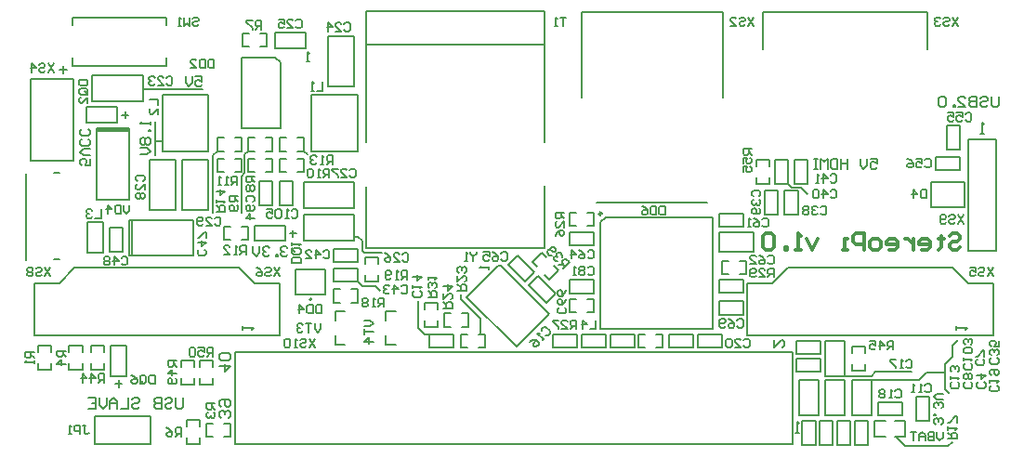
<source format=gbo>
G04 Layer_Color=32896*
%FSLAX44Y44*%
%MOMM*%
G71*
G01*
G75*
%ADD39C,0.1500*%
%ADD40C,0.3000*%
%ADD42C,0.2000*%
%ADD73C,0.2500*%
%ADD95C,0.1800*%
D39*
X324000Y149000D02*
X328000Y145000D01*
X312000Y149000D02*
X324000D01*
X308000Y153000D02*
X312000Y149000D01*
X712000Y239000D02*
X718000Y233000D01*
X703000Y239000D02*
X712000D01*
X700000Y242000D02*
X703000Y239000D01*
X202000Y216003D02*
Y249000D01*
X205000Y252000D01*
Y269000D01*
X208000Y272000D01*
X176000Y268000D02*
X180000Y272000D01*
X176000Y216000D02*
Y268000D01*
X259000Y272000D02*
X262000Y269000D01*
Y269000D02*
Y269000D01*
X305000Y194000D02*
X308000D01*
X312000Y190000D01*
Y181000D02*
Y190000D01*
Y181000D02*
X314000Y179000D01*
X330000D01*
X780000Y71000D02*
X813000D01*
X776000Y67000D02*
X780000Y71000D01*
X752000Y67000D02*
X776000D01*
X123000Y281000D02*
X130000D01*
X123000Y268000D02*
Y299000D01*
X112000Y328000D02*
X167000D01*
X369000Y105000D02*
X373000D01*
X363000Y111000D02*
X369000Y105000D01*
X363000Y111000D02*
Y135000D01*
X420000Y105000D02*
Y119000D01*
X402000Y137000D02*
X420000Y119000D01*
X402000Y137000D02*
Y141000D01*
X846000Y3000D02*
X850000Y7000D01*
X809000Y3000D02*
X846000D01*
X807000D02*
X809000D01*
X799000Y11000D02*
X807000Y3000D01*
X850000Y95000D02*
X855000Y100000D01*
X850000Y85000D02*
Y95000D01*
X842997Y77997D02*
X850000Y85000D01*
X842997Y54991D02*
Y77997D01*
Y54991D02*
X843009D01*
X846500Y51500D01*
Y51500D02*
Y51500D01*
X776000Y63000D02*
X819000D01*
X826000Y70000D01*
X842997D01*
X475517Y107942D02*
Y109827D01*
X477402Y111713D01*
X479287Y111713D01*
X483058Y107942D01*
Y106058D01*
X481172Y104172D01*
X479287Y104172D01*
X478345Y101345D02*
X476460Y99460D01*
X477402Y100402D01*
X471747Y106058D01*
X473632Y106058D01*
X464207Y98517D02*
X467035Y99460D01*
X470805D01*
X472690Y97575D01*
Y95690D01*
X470805Y93805D01*
X468920Y93805D01*
X467977Y94747D01*
Y96632D01*
X470805Y99460D01*
X364664Y144332D02*
X365997Y142999D01*
Y140333D01*
X364664Y139000D01*
X359333D01*
X358000Y140333D01*
Y142999D01*
X359333Y144332D01*
X358000Y146997D02*
Y149663D01*
Y148330D01*
X365997D01*
X364664Y146997D01*
X358000Y157661D02*
X365997D01*
X361999Y153662D01*
Y158994D01*
X157668Y392664D02*
X159001Y393997D01*
X161667D01*
X163000Y392664D01*
Y391332D01*
X161667Y389999D01*
X159001D01*
X157668Y388666D01*
Y387333D01*
X159001Y386000D01*
X161667D01*
X163000Y387333D01*
X155003Y393997D02*
Y386000D01*
X152337Y388666D01*
X149671Y386000D01*
Y393997D01*
X147005Y386000D02*
X144339D01*
X145672D01*
Y393997D01*
X147005Y392664D01*
X247668Y217665D02*
X249001Y218997D01*
X251667D01*
X253000Y217665D01*
Y212333D01*
X251667Y211000D01*
X249001D01*
X247668Y212333D01*
X245003Y211000D02*
X242337D01*
X243670D01*
Y218997D01*
X245003Y217665D01*
X238338D02*
X237005Y218997D01*
X234339D01*
X233006Y217665D01*
Y212333D01*
X234339Y211000D01*
X237005D01*
X238338Y212333D01*
Y217665D01*
X225009Y218997D02*
X230341D01*
Y214999D01*
X227675Y216332D01*
X226342D01*
X225009Y214999D01*
Y212333D01*
X226342Y211000D01*
X229008D01*
X230341Y212333D01*
X866665Y78332D02*
X867997Y76999D01*
Y74333D01*
X866665Y73000D01*
X861333D01*
X860000Y74333D01*
Y76999D01*
X861333Y78332D01*
X860000Y80997D02*
Y83663D01*
Y82330D01*
X867997D01*
X866665Y80997D01*
Y87662D02*
X867997Y88995D01*
Y91661D01*
X866665Y92994D01*
X861333D01*
X860000Y91661D01*
Y88995D01*
X861333Y87662D01*
X866665D01*
Y95659D02*
X867997Y96992D01*
Y99658D01*
X866665Y100991D01*
X865332D01*
X863999Y99658D01*
Y98325D01*
Y99658D01*
X862666Y100991D01*
X861333D01*
X860000Y99658D01*
Y96992D01*
X861333Y95659D01*
X269000Y100997D02*
X263668Y93000D01*
Y100997D02*
X269000Y93000D01*
X255671Y99664D02*
X257004Y100997D01*
X259670D01*
X261003Y99664D01*
Y98332D01*
X259670Y96999D01*
X257004D01*
X255671Y95666D01*
Y94333D01*
X257004Y93000D01*
X259670D01*
X261003Y94333D01*
X253005Y93000D02*
X250339D01*
X251672D01*
Y100997D01*
X253005Y99664D01*
X246341D02*
X245008Y100997D01*
X242342D01*
X241009Y99664D01*
Y94333D01*
X242342Y93000D01*
X245008D01*
X246341Y94333D01*
Y99664D01*
X207335Y225668D02*
X206003Y227001D01*
Y229667D01*
X207335Y231000D01*
X212667D01*
X214000Y229667D01*
Y227001D01*
X212667Y225668D01*
Y223003D02*
X214000Y221670D01*
Y219004D01*
X212667Y217671D01*
X207335D01*
X206003Y219004D01*
Y221670D01*
X207335Y223003D01*
X208668D01*
X210001Y221670D01*
Y217671D01*
X214000Y211006D02*
X206003D01*
X210001Y215005D01*
Y209674D01*
X496000Y216000D02*
X488003D01*
Y212001D01*
X489336Y210668D01*
X492001D01*
X493334Y212001D01*
Y216000D01*
Y213334D02*
X496000Y210668D01*
Y202671D02*
Y208003D01*
X490668Y202671D01*
X489336D01*
X488003Y204004D01*
Y206670D01*
X489336Y208003D01*
X488003Y194674D02*
X489336Y197339D01*
X492001Y200005D01*
X494667D01*
X496000Y198672D01*
Y196006D01*
X494667Y194674D01*
X493334D01*
X492001Y196006D01*
Y200005D01*
X588000Y221997D02*
Y214000D01*
X584001D01*
X582668Y215333D01*
Y220665D01*
X584001Y221997D01*
X588000D01*
X580003D02*
Y214000D01*
X576004D01*
X574671Y215333D01*
Y220665D01*
X576004Y221997D01*
X580003D01*
X566674D02*
X569339Y220665D01*
X572005Y217999D01*
Y215333D01*
X570672Y214000D01*
X568006D01*
X566674Y215333D01*
Y216666D01*
X568006Y217999D01*
X572005D01*
X860000Y213997D02*
X854668Y206000D01*
Y213997D02*
X860000Y206000D01*
X846671Y212665D02*
X848004Y213997D01*
X850670D01*
X852003Y212665D01*
Y211332D01*
X850670Y209999D01*
X848004D01*
X846671Y208666D01*
Y207333D01*
X848004Y206000D01*
X850670D01*
X852003Y207333D01*
X844005D02*
X842672Y206000D01*
X840006D01*
X838674Y207333D01*
Y212665D01*
X840006Y213997D01*
X842672D01*
X844005Y212665D01*
Y211332D01*
X842672Y209999D01*
X838674D01*
X100000Y222997D02*
Y217666D01*
X97334Y215000D01*
X94668Y217666D01*
Y222997D01*
X92003D02*
Y215000D01*
X88004D01*
X86671Y216333D01*
Y221665D01*
X88004Y222997D01*
X92003D01*
X80006Y215000D02*
Y222997D01*
X84005Y218999D01*
X78674D01*
X386000Y129000D02*
X393997D01*
Y132999D01*
X392664Y134332D01*
X389999D01*
X388666Y132999D01*
Y129000D01*
Y131666D02*
X386000Y134332D01*
Y142329D02*
Y136997D01*
X391332Y142329D01*
X392664D01*
X393997Y140996D01*
Y138330D01*
X392664Y136997D01*
X386000Y148994D02*
X393997D01*
X389999Y144995D01*
Y150326D01*
X399000Y145000D02*
X406997D01*
Y148999D01*
X405664Y150332D01*
X402999D01*
X401666Y148999D01*
Y145000D01*
Y147666D02*
X399000Y150332D01*
Y158329D02*
Y152997D01*
X404332Y158329D01*
X405664D01*
X406997Y156996D01*
Y154330D01*
X405664Y152997D01*
Y160995D02*
X406997Y162328D01*
Y164993D01*
X405664Y166326D01*
X404332D01*
X402999Y164993D01*
Y163661D01*
Y164993D01*
X401666Y166326D01*
X400333D01*
X399000Y164993D01*
Y162328D01*
X400333Y160995D01*
X824668Y263664D02*
X826001Y264997D01*
X828667D01*
X830000Y263664D01*
Y258333D01*
X828667Y257000D01*
X826001D01*
X824668Y258333D01*
X816671Y264997D02*
X822003D01*
Y260999D01*
X819337Y262332D01*
X818004D01*
X816671Y260999D01*
Y258333D01*
X818004Y257000D01*
X820670D01*
X822003Y258333D01*
X808673Y264997D02*
X811339Y263664D01*
X814005Y260999D01*
Y258333D01*
X812672Y257000D01*
X810006D01*
X808673Y258333D01*
Y259666D01*
X810006Y260999D01*
X814005D01*
X861668Y305665D02*
X863001Y306997D01*
X865667D01*
X867000Y305665D01*
Y300333D01*
X865667Y299000D01*
X863001D01*
X861668Y300333D01*
X853671Y306997D02*
X859003D01*
Y302999D01*
X856337Y304332D01*
X855004D01*
X853671Y302999D01*
Y300333D01*
X855004Y299000D01*
X857670D01*
X859003Y300333D01*
X845674Y306997D02*
X851005D01*
Y302999D01*
X848339Y304332D01*
X847006D01*
X845674Y302999D01*
Y300333D01*
X847006Y299000D01*
X849672D01*
X851005Y300333D01*
X92668Y174664D02*
X94001Y175997D01*
X96667D01*
X98000Y174664D01*
Y169333D01*
X96667Y168000D01*
X94001D01*
X92668Y169333D01*
X86004Y168000D02*
Y175997D01*
X90003Y171999D01*
X84671D01*
X82005Y174664D02*
X80672Y175997D01*
X78006D01*
X76674Y174664D01*
Y173332D01*
X78006Y171999D01*
X76674Y170666D01*
Y169333D01*
X78006Y168000D01*
X80672D01*
X82005Y169333D01*
Y170666D01*
X80672Y171999D01*
X82005Y173332D01*
Y174664D01*
X80672Y171999D02*
X78006D01*
X168664Y182332D02*
X169997Y180999D01*
Y178333D01*
X168664Y177000D01*
X163333D01*
X162000Y178333D01*
Y180999D01*
X163333Y182332D01*
X162000Y188996D02*
X169997D01*
X165999Y184997D01*
Y190329D01*
X169997Y192995D02*
Y198326D01*
X168664D01*
X163333Y192995D01*
X162000D01*
X28000Y165997D02*
X22668Y158000D01*
Y165997D02*
X28000Y158000D01*
X14671Y164664D02*
X16004Y165997D01*
X18670D01*
X20003Y164664D01*
Y163332D01*
X18670Y161999D01*
X16004D01*
X14671Y160666D01*
Y159333D01*
X16004Y158000D01*
X18670D01*
X20003Y159333D01*
X12005Y164664D02*
X10672Y165997D01*
X8006D01*
X6673Y164664D01*
Y163332D01*
X8006Y161999D01*
X6673Y160666D01*
Y159333D01*
X8006Y158000D01*
X10672D01*
X12005Y159333D01*
Y160666D01*
X10672Y161999D01*
X12005Y163332D01*
Y164664D01*
X10672Y161999D02*
X8006D01*
X274000Y114997D02*
Y109666D01*
X271334Y107000D01*
X268668Y109666D01*
Y114997D01*
X266003D02*
X260671D01*
X263337D01*
Y107000D01*
X258005Y113665D02*
X256672Y114997D01*
X254007D01*
X252674Y113665D01*
Y112332D01*
X254007Y110999D01*
X255339D01*
X254007D01*
X252674Y109666D01*
Y108333D01*
X254007Y107000D01*
X256672D01*
X258005Y108333D01*
X353000Y155000D02*
Y162997D01*
X349001D01*
X347668Y161665D01*
Y158999D01*
X349001Y157666D01*
X353000D01*
X350334D02*
X347668Y155000D01*
X345003D02*
X342337D01*
X343670D01*
Y162997D01*
X345003Y161665D01*
X338338Y156333D02*
X337005Y155000D01*
X334339D01*
X333006Y156333D01*
Y161665D01*
X334339Y162997D01*
X337005D01*
X338338Y161665D01*
Y160332D01*
X337005Y158999D01*
X333006D01*
X332000Y130000D02*
Y137997D01*
X328001D01*
X326668Y136664D01*
Y133999D01*
X328001Y132666D01*
X332000D01*
X329334D02*
X326668Y130000D01*
X324003D02*
X321337D01*
X322670D01*
Y137997D01*
X324003Y136664D01*
X317338D02*
X316005Y137997D01*
X313339D01*
X312006Y136664D01*
Y135332D01*
X313339Y133999D01*
X312006Y132666D01*
Y131333D01*
X313339Y130000D01*
X316005D01*
X317338Y131333D01*
Y132666D01*
X316005Y133999D01*
X317338Y135332D01*
Y136664D01*
X316005Y133999D02*
X313339D01*
X846000Y10000D02*
X853997D01*
Y13999D01*
X852664Y15332D01*
X849999D01*
X848666Y13999D01*
Y10000D01*
Y12666D02*
X846000Y15332D01*
Y17997D02*
Y20663D01*
Y19330D01*
X853997D01*
X852664Y17997D01*
X853997Y24662D02*
Y29994D01*
X852664D01*
X847333Y24662D01*
X846000D01*
X179000Y217000D02*
X186997D01*
Y220999D01*
X185665Y222332D01*
X182999D01*
X181666Y220999D01*
Y217000D01*
Y219666D02*
X179000Y222332D01*
Y224997D02*
Y227663D01*
Y226330D01*
X186997D01*
X185665Y224997D01*
X179000Y235661D02*
X186997D01*
X182999Y231662D01*
Y236994D01*
X285000Y260000D02*
Y267997D01*
X281001D01*
X279668Y266665D01*
Y263999D01*
X281001Y262666D01*
X285000D01*
X282334D02*
X279668Y260000D01*
X277003D02*
X274337D01*
X275670D01*
Y267997D01*
X277003Y266665D01*
X270338D02*
X269005Y267997D01*
X266339D01*
X265006Y266665D01*
Y265332D01*
X266339Y263999D01*
X267672D01*
X266339D01*
X265006Y262666D01*
Y261333D01*
X266339Y260000D01*
X269005D01*
X270338Y261333D01*
X206000Y178000D02*
Y185997D01*
X202001D01*
X200668Y184664D01*
Y181999D01*
X202001Y180666D01*
X206000D01*
X203334D02*
X200668Y178000D01*
X198003D02*
X195337D01*
X196670D01*
Y185997D01*
X198003Y184664D01*
X186006Y178000D02*
X191338D01*
X186006Y183332D01*
Y184664D01*
X187339Y185997D01*
X190005D01*
X191338Y184664D01*
X198000Y241000D02*
Y248997D01*
X194001D01*
X192668Y247665D01*
Y244999D01*
X194001Y243666D01*
X198000D01*
X195334D02*
X192668Y241000D01*
X190003D02*
X187337D01*
X188670D01*
Y248997D01*
X190003Y247665D01*
X183338Y241000D02*
X180672D01*
X182005D01*
Y248997D01*
X183338Y247665D01*
X282000Y248000D02*
Y255997D01*
X278001D01*
X276668Y254664D01*
Y251999D01*
X278001Y250666D01*
X282000D01*
X279334D02*
X276668Y248000D01*
X274003D02*
X271337D01*
X272670D01*
Y255997D01*
X274003Y254664D01*
X267338D02*
X266005Y255997D01*
X263339D01*
X262006Y254664D01*
Y249333D01*
X263339Y248000D01*
X266005D01*
X267338Y249333D01*
Y254664D01*
X199000Y231000D02*
X191003D01*
Y227001D01*
X192335Y225668D01*
X195001D01*
X196334Y227001D01*
Y231000D01*
Y228334D02*
X199000Y225668D01*
X197667Y223003D02*
X199000Y221670D01*
Y219004D01*
X197667Y217671D01*
X192335D01*
X191003Y219004D01*
Y221670D01*
X192335Y223003D01*
X193668D01*
X195001Y221670D01*
Y217671D01*
X214000Y249000D02*
X206003D01*
Y245001D01*
X207335Y243668D01*
X210001D01*
X211334Y245001D01*
Y249000D01*
Y246334D02*
X214000Y243668D01*
X207335Y241003D02*
X206003Y239670D01*
Y237004D01*
X207335Y235671D01*
X208668D01*
X210001Y237004D01*
X211334Y235671D01*
X212667D01*
X214000Y237004D01*
Y239670D01*
X212667Y241003D01*
X211334D01*
X210001Y239670D01*
X208668Y241003D01*
X207335D01*
X210001Y239670D02*
Y237004D01*
X220000Y383000D02*
Y390997D01*
X216001D01*
X214668Y389664D01*
Y386999D01*
X216001Y385666D01*
X220000D01*
X217334D02*
X214668Y383000D01*
X212003Y390997D02*
X206671D01*
Y389664D01*
X212003Y384333D01*
Y383000D01*
X147000Y12000D02*
Y19997D01*
X143001D01*
X141668Y18664D01*
Y15999D01*
X143001Y14666D01*
X147000D01*
X144334D02*
X141668Y12000D01*
X133671Y19997D02*
X136337Y18664D01*
X139003Y15999D01*
Y13333D01*
X137670Y12000D01*
X135004D01*
X133671Y13333D01*
Y14666D01*
X135004Y15999D01*
X139003D01*
X42000Y90000D02*
X34003D01*
Y86001D01*
X35336Y84668D01*
X38001D01*
X39334Y86001D01*
Y90000D01*
Y87334D02*
X42000Y84668D01*
Y78004D02*
X34003D01*
X38001Y82003D01*
Y76671D01*
X178000Y42000D02*
X170003D01*
Y38001D01*
X171336Y36668D01*
X174001D01*
X175334Y38001D01*
Y42000D01*
Y39334D02*
X178000Y36668D01*
X171336Y34003D02*
X170003Y32670D01*
Y30004D01*
X171336Y28671D01*
X172668D01*
X174001Y30004D01*
Y31337D01*
Y30004D01*
X175334Y28671D01*
X176667D01*
X178000Y30004D01*
Y32670D01*
X176667Y34003D01*
X13000Y89000D02*
X5003D01*
Y85001D01*
X6335Y83668D01*
X9001D01*
X10334Y85001D01*
Y89000D01*
Y86334D02*
X13000Y83668D01*
Y81003D02*
Y78337D01*
Y79670D01*
X5003D01*
X6335Y81003D01*
X74000Y218997D02*
Y211000D01*
X68668D01*
X66003Y217665D02*
X64670Y218997D01*
X62004D01*
X60671Y217665D01*
Y216332D01*
X62004Y214999D01*
X63337D01*
X62004D01*
X60671Y213666D01*
Y212333D01*
X62004Y211000D01*
X64670D01*
X66003Y212333D01*
X118003Y319000D02*
X126000D01*
Y313668D01*
Y305671D02*
Y311003D01*
X120668Y305671D01*
X119335D01*
X118003Y307004D01*
Y309670D01*
X119335Y311003D01*
X276000Y334997D02*
Y327000D01*
X270668D01*
X268003D02*
X265337D01*
X266670D01*
Y334997D01*
X268003Y333665D01*
X255997Y170000D02*
X248000D01*
Y173999D01*
X249333Y175332D01*
X254664D01*
X255997Y173999D01*
Y170000D01*
X249333Y183329D02*
X254664D01*
X255997Y181996D01*
Y179330D01*
X254664Y177997D01*
X249333D01*
X248000Y179330D01*
Y181996D01*
X250666Y180663D02*
X248000Y183329D01*
Y181996D02*
X249333Y183329D01*
X248000Y185995D02*
Y188661D01*
Y187328D01*
X255997D01*
X254664Y185995D01*
X275000Y131997D02*
Y124000D01*
X271001D01*
X269668Y125333D01*
Y130665D01*
X271001Y131997D01*
X275000D01*
X267003D02*
Y124000D01*
X263004D01*
X261671Y125333D01*
Y130665D01*
X263004Y131997D01*
X267003D01*
X255006Y124000D02*
Y131997D01*
X259005Y127999D01*
X253674D01*
X177000Y355747D02*
Y347750D01*
X173001D01*
X171668Y349083D01*
Y354414D01*
X173001Y355747D01*
X177000D01*
X169003D02*
Y347750D01*
X165004D01*
X163671Y349083D01*
Y354414D01*
X165004Y355747D01*
X169003D01*
X155674Y347750D02*
X161005D01*
X155674Y353082D01*
Y354414D01*
X157006Y355747D01*
X159672D01*
X161005Y354414D01*
X347668Y148665D02*
X349001Y149997D01*
X351667D01*
X353000Y148665D01*
Y143333D01*
X351667Y142000D01*
X349001D01*
X347668Y143333D01*
X341004Y142000D02*
Y149997D01*
X345003Y145999D01*
X339671D01*
X337005Y148665D02*
X335672Y149997D01*
X333006D01*
X331674Y148665D01*
Y147332D01*
X333006Y145999D01*
X334339D01*
X333006D01*
X331674Y144666D01*
Y143333D01*
X333006Y142000D01*
X335672D01*
X337005Y143333D01*
X276668Y180665D02*
X278001Y181997D01*
X280667D01*
X282000Y180665D01*
Y175333D01*
X280667Y174000D01*
X278001D01*
X276668Y175333D01*
X270004Y174000D02*
Y181997D01*
X274003Y177999D01*
X268671D01*
X260674Y174000D02*
X266005D01*
X260674Y179332D01*
Y180665D01*
X262006Y181997D01*
X264672D01*
X266005Y180665D01*
X738668Y249664D02*
X740001Y250997D01*
X742667D01*
X744000Y249664D01*
Y244333D01*
X742667Y243000D01*
X740001D01*
X738668Y244333D01*
X732004Y243000D02*
Y250997D01*
X736003Y246999D01*
X730671D01*
X728005Y243000D02*
X725339D01*
X726672D01*
Y250997D01*
X728005Y249664D01*
X738668Y235665D02*
X740001Y236997D01*
X742667D01*
X744000Y235665D01*
Y230333D01*
X742667Y229000D01*
X740001D01*
X738668Y230333D01*
X732004Y229000D02*
Y236997D01*
X736003Y232999D01*
X730671D01*
X728005Y235665D02*
X726672Y236997D01*
X724007D01*
X722674Y235665D01*
Y230333D01*
X724007Y229000D01*
X726672D01*
X728005Y230333D01*
Y235665D01*
X668335Y230668D02*
X667003Y232001D01*
Y234667D01*
X668335Y236000D01*
X673667D01*
X675000Y234667D01*
Y232001D01*
X673667Y230668D01*
X668335Y228003D02*
X667003Y226670D01*
Y224004D01*
X668335Y222671D01*
X669668D01*
X671001Y224004D01*
Y225337D01*
Y224004D01*
X672334Y222671D01*
X673667D01*
X675000Y224004D01*
Y226670D01*
X673667Y228003D01*
Y220005D02*
X675000Y218672D01*
Y216007D01*
X673667Y214674D01*
X668335D01*
X667003Y216007D01*
Y218672D01*
X668335Y220005D01*
X669668D01*
X671001Y218672D01*
Y214674D01*
X729668Y220665D02*
X731001Y221997D01*
X733667D01*
X735000Y220665D01*
Y215333D01*
X733667Y214000D01*
X731001D01*
X729668Y215333D01*
X727003Y220665D02*
X725670Y221997D01*
X723004D01*
X721671Y220665D01*
Y219332D01*
X723004Y217999D01*
X724337D01*
X723004D01*
X721671Y216666D01*
Y215333D01*
X723004Y214000D01*
X725670D01*
X727003Y215333D01*
X719005Y220665D02*
X717672Y221997D01*
X715006D01*
X713674Y220665D01*
Y219332D01*
X715006Y217999D01*
X713674Y216666D01*
Y215333D01*
X715006Y214000D01*
X717672D01*
X719005Y215333D01*
Y216666D01*
X717672Y217999D01*
X719005Y219332D01*
Y220665D01*
X717672Y217999D02*
X715006D01*
X177668Y210665D02*
X179001Y211997D01*
X181667D01*
X183000Y210665D01*
Y205333D01*
X181667Y204000D01*
X179001D01*
X177668Y205333D01*
X169671Y204000D02*
X175003D01*
X169671Y209332D01*
Y210665D01*
X171004Y211997D01*
X173670D01*
X175003Y210665D01*
X167005Y205333D02*
X165672Y204000D01*
X163006D01*
X161674Y205333D01*
Y210665D01*
X163006Y211997D01*
X165672D01*
X167005Y210665D01*
Y209332D01*
X165672Y207999D01*
X161674D01*
X107336Y244668D02*
X106003Y246001D01*
Y248667D01*
X107336Y250000D01*
X112667D01*
X114000Y248667D01*
Y246001D01*
X112667Y244668D01*
X114000Y236671D02*
Y242003D01*
X108668Y236671D01*
X107336D01*
X106003Y238004D01*
Y240670D01*
X107336Y242003D01*
Y234005D02*
X106003Y232672D01*
Y230006D01*
X107336Y228674D01*
X108668D01*
X110001Y230006D01*
X111334Y228674D01*
X112667D01*
X114000Y230006D01*
Y232672D01*
X112667Y234005D01*
X111334D01*
X110001Y232672D01*
X108668Y234005D01*
X107336D01*
X110001Y232672D02*
Y230006D01*
X300668Y254664D02*
X302001Y255997D01*
X304667D01*
X306000Y254664D01*
Y249333D01*
X304667Y248000D01*
X302001D01*
X300668Y249333D01*
X292671Y248000D02*
X298003D01*
X292671Y253332D01*
Y254664D01*
X294004Y255997D01*
X296670D01*
X298003Y254664D01*
X290005Y255997D02*
X284674D01*
Y254664D01*
X290005Y249333D01*
Y248000D01*
X348668Y177665D02*
X350001Y178997D01*
X352667D01*
X354000Y177665D01*
Y172333D01*
X352667Y171000D01*
X350001D01*
X348668Y172333D01*
X340671Y171000D02*
X346003D01*
X340671Y176332D01*
Y177665D01*
X342004Y178997D01*
X344670D01*
X346003Y177665D01*
X332674Y178997D02*
X335339Y177665D01*
X338005Y174999D01*
Y172333D01*
X336672Y171000D01*
X334006D01*
X332674Y172333D01*
Y173666D01*
X334006Y174999D01*
X338005D01*
X251668Y390664D02*
X253001Y391997D01*
X255667D01*
X257000Y390664D01*
Y385333D01*
X255667Y384000D01*
X253001D01*
X251668Y385333D01*
X243671Y384000D02*
X249003D01*
X243671Y389332D01*
Y390664D01*
X245004Y391997D01*
X247670D01*
X249003Y390664D01*
X235674Y391997D02*
X241005D01*
Y387999D01*
X238339Y389332D01*
X237006D01*
X235674Y387999D01*
Y385333D01*
X237006Y384000D01*
X239672D01*
X241005Y385333D01*
X295668Y387664D02*
X297001Y388997D01*
X299667D01*
X301000Y387664D01*
Y382333D01*
X299667Y381000D01*
X297001D01*
X295668Y382333D01*
X287671Y381000D02*
X293003D01*
X287671Y386332D01*
Y387664D01*
X289004Y388997D01*
X291670D01*
X293003Y387664D01*
X281006Y381000D02*
Y388997D01*
X285005Y384999D01*
X279674D01*
X133668Y338665D02*
X135001Y339997D01*
X137667D01*
X139000Y338665D01*
Y333333D01*
X137667Y332000D01*
X135001D01*
X133668Y333333D01*
X125671Y332000D02*
X131003D01*
X125671Y337332D01*
Y338665D01*
X127004Y339997D01*
X129670D01*
X131003Y338665D01*
X123005D02*
X121672Y339997D01*
X119006D01*
X117674Y338665D01*
Y337332D01*
X119006Y335999D01*
X120339D01*
X119006D01*
X117674Y334666D01*
Y333333D01*
X119006Y332000D01*
X121672D01*
X123005Y333333D01*
X890665Y58332D02*
X891997Y56999D01*
Y54333D01*
X890665Y53000D01*
X885333D01*
X884000Y54333D01*
Y56999D01*
X885333Y58332D01*
X884000Y60997D02*
Y63663D01*
Y62330D01*
X891997D01*
X890665Y60997D01*
X885333Y67662D02*
X884000Y68995D01*
Y71661D01*
X885333Y72994D01*
X890665D01*
X891997Y71661D01*
Y68995D01*
X890665Y67662D01*
X889332D01*
X887999Y68995D01*
Y72994D01*
X797668Y53664D02*
X799001Y54997D01*
X801667D01*
X803000Y53664D01*
Y48333D01*
X801667Y47000D01*
X799001D01*
X797668Y48333D01*
X795003Y47000D02*
X792337D01*
X793670D01*
Y54997D01*
X795003Y53664D01*
X788338D02*
X787005Y54997D01*
X784339D01*
X783006Y53664D01*
Y52332D01*
X784339Y50999D01*
X783006Y49666D01*
Y48333D01*
X784339Y47000D01*
X787005D01*
X788338Y48333D01*
Y49666D01*
X787005Y50999D01*
X788338Y52332D01*
Y53664D01*
X787005Y50999D02*
X784339D01*
X807668Y80665D02*
X809001Y81997D01*
X811667D01*
X813000Y80665D01*
Y75333D01*
X811667Y74000D01*
X809001D01*
X807668Y75333D01*
X805003Y74000D02*
X802337D01*
X803670D01*
Y81997D01*
X805003Y80665D01*
X798338Y81997D02*
X793006D01*
Y80665D01*
X798338Y75333D01*
Y74000D01*
X854665Y61332D02*
X855997Y59999D01*
Y57333D01*
X854665Y56000D01*
X849333D01*
X848000Y57333D01*
Y59999D01*
X849333Y61332D01*
X848000Y63997D02*
Y66663D01*
Y65330D01*
X855997D01*
X854665Y63997D01*
Y70662D02*
X855997Y71995D01*
Y74661D01*
X854665Y75993D01*
X853332D01*
X851999Y74661D01*
Y73328D01*
Y74661D01*
X850666Y75993D01*
X849333D01*
X848000Y74661D01*
Y71995D01*
X849333Y70662D01*
X866665Y61332D02*
X867997Y59999D01*
Y57333D01*
X866665Y56000D01*
X861333D01*
X860000Y57333D01*
Y59999D01*
X861333Y61332D01*
X866665Y63997D02*
X867997Y65330D01*
Y67996D01*
X866665Y69329D01*
X865332D01*
X863999Y67996D01*
X862666Y69329D01*
X861333D01*
X860000Y67996D01*
Y65330D01*
X861333Y63997D01*
X862666D01*
X863999Y65330D01*
X865332Y63997D01*
X866665D01*
X863999Y65330D02*
Y67996D01*
X877664Y82332D02*
X878997Y80999D01*
Y78333D01*
X877664Y77000D01*
X872333D01*
X871000Y78333D01*
Y80999D01*
X872333Y82332D01*
X878997Y84997D02*
Y90329D01*
X877664D01*
X872333Y84997D01*
X871000D01*
X878664Y61332D02*
X879997Y59999D01*
Y57333D01*
X878664Y56000D01*
X873333D01*
X872000Y57333D01*
Y59999D01*
X873333Y61332D01*
X872000Y67996D02*
X879997D01*
X875999Y63997D01*
Y69329D01*
X498000Y393997D02*
X492668D01*
X495334D01*
Y386000D01*
X490003D02*
X487337D01*
X488670D01*
Y393997D01*
X490003Y392664D01*
X669000Y393997D02*
X663668Y386000D01*
Y393997D02*
X669000Y386000D01*
X655671Y392664D02*
X657004Y393997D01*
X659670D01*
X661003Y392664D01*
Y391332D01*
X659670Y389999D01*
X657004D01*
X655671Y388666D01*
Y387333D01*
X657004Y386000D01*
X659670D01*
X661003Y387333D01*
X647674Y386000D02*
X653005D01*
X647674Y391332D01*
Y392664D01*
X649006Y393997D01*
X651672D01*
X653005Y392664D01*
X855000Y393997D02*
X849668Y386000D01*
Y393997D02*
X855000Y386000D01*
X841671Y392664D02*
X843004Y393997D01*
X845670D01*
X847003Y392664D01*
Y391332D01*
X845670Y389999D01*
X843004D01*
X841671Y388666D01*
Y387333D01*
X843004Y386000D01*
X845670D01*
X847003Y387333D01*
X839005Y392664D02*
X837672Y393997D01*
X835006D01*
X833673Y392664D01*
Y391332D01*
X835006Y389999D01*
X836339D01*
X835006D01*
X833673Y388666D01*
Y387333D01*
X835006Y386000D01*
X837672D01*
X839005Y387333D01*
X31000Y351997D02*
X25668Y344000D01*
Y351997D02*
X31000Y344000D01*
X17671Y350664D02*
X19004Y351997D01*
X21670D01*
X23003Y350664D01*
Y349332D01*
X21670Y347999D01*
X19004D01*
X17671Y346666D01*
Y345333D01*
X19004Y344000D01*
X21670D01*
X23003Y345333D01*
X11006Y344000D02*
Y351997D01*
X15005Y347999D01*
X9674D01*
X887000Y165997D02*
X881668Y158000D01*
Y165997D02*
X887000Y158000D01*
X873671Y164664D02*
X875004Y165997D01*
X877670D01*
X879003Y164664D01*
Y163332D01*
X877670Y161999D01*
X875004D01*
X873671Y160666D01*
Y159333D01*
X875004Y158000D01*
X877670D01*
X879003Y159333D01*
X865674Y165997D02*
X871005D01*
Y161999D01*
X868339Y163332D01*
X867006D01*
X865674Y161999D01*
Y159333D01*
X867006Y158000D01*
X869672D01*
X871005Y159333D01*
X237000Y165997D02*
X231668Y158000D01*
Y165997D02*
X237000Y158000D01*
X223671Y164664D02*
X225004Y165997D01*
X227670D01*
X229003Y164664D01*
Y163332D01*
X227670Y161999D01*
X225004D01*
X223671Y160666D01*
Y159333D01*
X225004Y158000D01*
X227670D01*
X229003Y159333D01*
X215674Y165997D02*
X218339Y164664D01*
X221005Y161999D01*
Y159333D01*
X219672Y158000D01*
X217006D01*
X215674Y159333D01*
Y160666D01*
X217006Y161999D01*
X221005D01*
X676668Y209664D02*
X678001Y210997D01*
X680667D01*
X682000Y209664D01*
Y204333D01*
X680667Y203000D01*
X678001D01*
X676668Y204333D01*
X668671Y210997D02*
X671337Y209664D01*
X674003Y206999D01*
Y204333D01*
X672670Y203000D01*
X670004D01*
X668671Y204333D01*
Y205666D01*
X670004Y206999D01*
X674003D01*
X666005Y203000D02*
X663339D01*
X664672D01*
Y210997D01*
X666005Y209664D01*
X681668Y175665D02*
X683001Y176997D01*
X685667D01*
X687000Y175665D01*
Y170333D01*
X685667Y169000D01*
X683001D01*
X681668Y170333D01*
X673671Y176997D02*
X676337Y175665D01*
X679003Y172999D01*
Y170333D01*
X677670Y169000D01*
X675004D01*
X673671Y170333D01*
Y171666D01*
X675004Y172999D01*
X679003D01*
X665674Y169000D02*
X671005D01*
X665674Y174332D01*
Y175665D01*
X667006Y176997D01*
X669672D01*
X671005Y175665D01*
X517668Y180665D02*
X519001Y181997D01*
X521667D01*
X523000Y180665D01*
Y175333D01*
X521667Y174000D01*
X519001D01*
X517668Y175333D01*
X509671Y181997D02*
X512337Y180665D01*
X515003Y177999D01*
Y175333D01*
X513670Y174000D01*
X511004D01*
X509671Y175333D01*
Y176666D01*
X511004Y177999D01*
X515003D01*
X503006Y174000D02*
Y181997D01*
X507005Y177999D01*
X501674D01*
X438668Y178664D02*
X440001Y179997D01*
X442667D01*
X444000Y178664D01*
Y173333D01*
X442667Y172000D01*
X440001D01*
X438668Y173333D01*
X430671Y179997D02*
X433337Y178664D01*
X436003Y175999D01*
Y173333D01*
X434670Y172000D01*
X432004D01*
X430671Y173333D01*
Y174666D01*
X432004Y175999D01*
X436003D01*
X422674Y179997D02*
X428005D01*
Y175999D01*
X425339Y177332D01*
X424006D01*
X422674Y175999D01*
Y173333D01*
X424006Y172000D01*
X426672D01*
X428005Y173333D01*
X496665Y129332D02*
X497997Y127999D01*
Y125333D01*
X496665Y124000D01*
X491333D01*
X490000Y125333D01*
Y127999D01*
X491333Y129332D01*
X497997Y137329D02*
X496665Y134663D01*
X493999Y131997D01*
X491333D01*
X490000Y133330D01*
Y135996D01*
X491333Y137329D01*
X492666D01*
X493999Y135996D01*
Y131997D01*
X497997Y145326D02*
X496665Y142661D01*
X493999Y139995D01*
X491333D01*
X490000Y141328D01*
Y143994D01*
X491333Y145326D01*
X492666D01*
X493999Y143994D01*
Y139995D01*
X653668Y117664D02*
X655001Y118997D01*
X657667D01*
X659000Y117664D01*
Y112333D01*
X657667Y111000D01*
X655001D01*
X653668Y112333D01*
X645671Y118997D02*
X648337Y117664D01*
X651003Y114999D01*
Y112333D01*
X649670Y111000D01*
X647004D01*
X645671Y112333D01*
Y113666D01*
X647004Y114999D01*
X651003D01*
X643005Y112333D02*
X641672Y111000D01*
X639006D01*
X637674Y112333D01*
Y117664D01*
X639006Y118997D01*
X641672D01*
X643005Y117664D01*
Y116332D01*
X641672Y114999D01*
X637674D01*
X517668Y165665D02*
X519001Y166997D01*
X521667D01*
X523000Y165665D01*
Y160333D01*
X521667Y159000D01*
X519001D01*
X517668Y160333D01*
X515003Y165665D02*
X513670Y166997D01*
X511004D01*
X509671Y165665D01*
Y164332D01*
X511004Y162999D01*
X509671Y161666D01*
Y160333D01*
X511004Y159000D01*
X513670D01*
X515003Y160333D01*
Y161666D01*
X513670Y162999D01*
X515003Y164332D01*
Y165665D01*
X513670Y162999D02*
X511004D01*
X507005Y159000D02*
X504339D01*
X505672D01*
Y166997D01*
X507005Y165665D01*
X54003Y337000D02*
X62000D01*
Y333001D01*
X60667Y331668D01*
X55335D01*
X54003Y333001D01*
Y337000D01*
X60667Y323671D02*
X55335D01*
X54003Y325004D01*
Y327670D01*
X55335Y329003D01*
X60667D01*
X62000Y327670D01*
Y325004D01*
X59334Y326337D02*
X62000Y323671D01*
Y325004D02*
X60667Y323671D01*
X62000Y315674D02*
Y321005D01*
X56668Y315674D01*
X55335D01*
X54003Y317006D01*
Y319672D01*
X55335Y321005D01*
X525000Y117997D02*
Y110000D01*
X519668D01*
X513004D02*
Y117997D01*
X517003Y113999D01*
X511671D01*
X507000Y110000D02*
Y117997D01*
X503001D01*
X501668Y116664D01*
Y113999D01*
X503001Y112666D01*
X507000D01*
X504334D02*
X501668Y110000D01*
X493671D02*
X499003D01*
X493671Y115332D01*
Y116664D01*
X495004Y117997D01*
X497670D01*
X499003Y116664D01*
X491005Y117997D02*
X485674D01*
Y116664D01*
X491005Y111333D01*
Y110000D01*
X687000Y157000D02*
Y164997D01*
X683001D01*
X681668Y163664D01*
Y160999D01*
X683001Y159666D01*
X687000D01*
X684334D02*
X681668Y157000D01*
X673671D02*
X679003D01*
X673671Y162332D01*
Y163664D01*
X675004Y164997D01*
X677670D01*
X679003Y163664D01*
X671005Y158333D02*
X669672Y157000D01*
X667006D01*
X665674Y158333D01*
Y163664D01*
X667006Y164997D01*
X669672D01*
X671005Y163664D01*
Y162332D01*
X669672Y160999D01*
X665674D01*
X372000Y139000D02*
X379997D01*
Y142999D01*
X378665Y144332D01*
X375999D01*
X374666Y142999D01*
Y139000D01*
Y141666D02*
X372000Y144332D01*
X378665Y146997D02*
X379997Y148330D01*
Y150996D01*
X378665Y152329D01*
X377332D01*
X375999Y150996D01*
Y149663D01*
Y150996D01*
X374666Y152329D01*
X373333D01*
X372000Y150996D01*
Y148330D01*
X373333Y146997D01*
X372000Y154995D02*
Y157661D01*
Y156328D01*
X379997D01*
X378665Y154995D01*
X495000Y165000D02*
X500655Y170655D01*
X497827Y173483D01*
X495942D01*
X494058Y171597D01*
X494058Y169713D01*
X496885Y166885D01*
X495000Y168770D02*
X491230D01*
X494058Y175368D02*
X494058Y177253D01*
X492173Y179138D01*
X490288D01*
X489345Y178195D01*
Y176310D01*
X490288Y175368D01*
X489345Y176310D01*
X487460Y176310D01*
X486517Y175368D01*
X486517Y173483D01*
X488402Y171597D01*
X490288D01*
X484632Y177253D02*
X482747D01*
X480862Y179138D01*
X480862Y181023D01*
X484632Y184793D01*
X486517D01*
X488402Y182908D01*
X488402Y181023D01*
X487460Y180080D01*
X485575Y180080D01*
X482747Y182908D01*
X314003Y118000D02*
X319334D01*
X322000Y115334D01*
X319334Y112668D01*
X314003D01*
Y110003D02*
Y104671D01*
Y107337D01*
X322000D01*
Y98006D02*
X314003D01*
X318001Y102005D01*
Y96673D01*
X416000Y179997D02*
Y178664D01*
X413334Y175999D01*
X410668Y178664D01*
Y179997D01*
X413334Y175999D02*
Y172000D01*
X408003D02*
X405337D01*
X406670D01*
Y179997D01*
X408003Y178664D01*
X143000Y81000D02*
X135003D01*
Y77001D01*
X136335Y75668D01*
X139001D01*
X140334Y77001D01*
Y81000D01*
Y78334D02*
X143000Y75668D01*
Y69004D02*
X135003D01*
X139001Y73003D01*
Y67671D01*
X141667Y65005D02*
X143000Y63672D01*
Y61006D01*
X141667Y59674D01*
X136335D01*
X135003Y61006D01*
Y63672D01*
X136335Y65005D01*
X137668D01*
X139001Y63672D01*
Y59674D01*
X176000Y85000D02*
Y92997D01*
X172001D01*
X170668Y91664D01*
Y88999D01*
X172001Y87666D01*
X176000D01*
X173334D02*
X170668Y85000D01*
X162671Y92997D02*
X168003D01*
Y88999D01*
X165337Y90332D01*
X164004D01*
X162671Y88999D01*
Y86333D01*
X164004Y85000D01*
X166670D01*
X168003Y86333D01*
X160005Y91664D02*
X158672Y92997D01*
X156006D01*
X154674Y91664D01*
Y86333D01*
X156006Y85000D01*
X158672D01*
X160005Y86333D01*
Y91664D01*
X667000Y274000D02*
X659003D01*
Y270001D01*
X660335Y268668D01*
X663001D01*
X664334Y270001D01*
Y274000D01*
Y271334D02*
X667000Y268668D01*
X659003Y260671D02*
Y266003D01*
X663001D01*
X661668Y263337D01*
Y262004D01*
X663001Y260671D01*
X665667D01*
X667000Y262004D01*
Y264670D01*
X665667Y266003D01*
X659003Y252674D02*
Y258005D01*
X663001D01*
X661668Y255339D01*
Y254007D01*
X663001Y252674D01*
X665667D01*
X667000Y254007D01*
Y256672D01*
X665667Y258005D01*
X123000Y67997D02*
Y60000D01*
X119001D01*
X117668Y61333D01*
Y66665D01*
X119001Y67997D01*
X123000D01*
X109671Y61333D02*
Y66665D01*
X111004Y67997D01*
X113670D01*
X115003Y66665D01*
Y61333D01*
X113670Y60000D01*
X111004D01*
X112337Y62666D02*
X109671Y60000D01*
X111004D02*
X109671Y61333D01*
X101674Y67997D02*
X104339Y66665D01*
X107005Y63999D01*
Y61333D01*
X105672Y60000D01*
X103006D01*
X101674Y61333D01*
Y62666D01*
X103006Y63999D01*
X107005D01*
X77000Y61000D02*
Y68997D01*
X73001D01*
X71668Y67664D01*
Y64999D01*
X73001Y63666D01*
X77000D01*
X74334D02*
X71668Y61000D01*
X65004D02*
Y68997D01*
X69003Y64999D01*
X63671D01*
X57006Y61000D02*
Y68997D01*
X61005Y64999D01*
X55673D01*
X796000Y91000D02*
Y98997D01*
X792001D01*
X790668Y97664D01*
Y94999D01*
X792001Y93666D01*
X796000D01*
X793334D02*
X790668Y91000D01*
X784004D02*
Y98997D01*
X788003Y94999D01*
X782671D01*
X774674Y98997D02*
X780005D01*
Y94999D01*
X777339Y96332D01*
X776006D01*
X774674Y94999D01*
Y92333D01*
X776006Y91000D01*
X778672D01*
X780005Y92333D01*
X890665Y83332D02*
X891997Y81999D01*
Y79333D01*
X890665Y78000D01*
X885333D01*
X884000Y79333D01*
Y81999D01*
X885333Y83332D01*
X890665Y85997D02*
X891997Y87330D01*
Y89996D01*
X890665Y91329D01*
X889332D01*
X887999Y89996D01*
Y88663D01*
Y89996D01*
X886666Y91329D01*
X885333D01*
X884000Y89996D01*
Y87330D01*
X885333Y85997D01*
X891997Y99326D02*
Y93995D01*
X887999D01*
X889332Y96661D01*
Y97994D01*
X887999Y99326D01*
X885333D01*
X884000Y97994D01*
Y95328D01*
X885333Y93995D01*
X826000Y236997D02*
Y229000D01*
X822001D01*
X820668Y230333D01*
Y235665D01*
X822001Y236997D01*
X826000D01*
X814004Y229000D02*
Y236997D01*
X818003Y232999D01*
X812671D01*
X824668Y58664D02*
X826001Y59997D01*
X828667D01*
X830000Y58664D01*
Y53333D01*
X828667Y52000D01*
X826001D01*
X824668Y53333D01*
X822003Y52000D02*
X819337D01*
X820670D01*
Y59997D01*
X822003Y58664D01*
X815338Y52000D02*
X812672D01*
X814005D01*
Y59997D01*
X815338Y58664D01*
X659668Y99664D02*
X661001Y100997D01*
X663667D01*
X665000Y99664D01*
Y94333D01*
X663667Y93000D01*
X661001D01*
X659668Y94333D01*
X651671Y93000D02*
X657003D01*
X651671Y98332D01*
Y99664D01*
X653004Y100997D01*
X655670D01*
X657003Y99664D01*
X649005D02*
X647672Y100997D01*
X645006D01*
X643673Y99664D01*
Y94333D01*
X645006Y93000D01*
X647672D01*
X649005Y94333D01*
Y99664D01*
X57668Y21997D02*
X60334D01*
X59001D01*
Y15333D01*
X60334Y14000D01*
X61667D01*
X63000Y15333D01*
X55003Y14000D02*
Y21997D01*
X51004D01*
X49671Y20665D01*
Y17999D01*
X51004Y16666D01*
X55003D01*
X47005Y14000D02*
X44339D01*
X45672D01*
Y21997D01*
X47005Y20665D01*
D40*
X847003Y194496D02*
X849502Y196995D01*
X854501D01*
X857000Y194496D01*
Y191997D01*
X854501Y189498D01*
X849502D01*
X847003Y186998D01*
Y184499D01*
X849502Y182000D01*
X854501D01*
X857000Y184499D01*
X839506Y194496D02*
Y191997D01*
X842005D01*
X837007D01*
X839506D01*
Y184499D01*
X837007Y182000D01*
X822011D02*
X827010D01*
X829509Y184499D01*
Y189498D01*
X827010Y191997D01*
X822011D01*
X819512Y189498D01*
Y186998D01*
X829509D01*
X814514Y191997D02*
Y182000D01*
Y186998D01*
X812015Y189498D01*
X809515Y191997D01*
X807016D01*
X792021Y182000D02*
X797019D01*
X799519Y184499D01*
Y189498D01*
X797019Y191997D01*
X792021D01*
X789522Y189498D01*
Y186998D01*
X799519D01*
X782024Y182000D02*
X777026D01*
X774527Y184499D01*
Y189498D01*
X777026Y191997D01*
X782024D01*
X784523Y189498D01*
Y184499D01*
X782024Y182000D01*
X769528D02*
Y196995D01*
X762031D01*
X759532Y194496D01*
Y189498D01*
X762031Y186998D01*
X769528D01*
X754533Y182000D02*
X749535D01*
X752034D01*
Y191997D01*
X754533D01*
X727042D02*
X722044Y182000D01*
X717045Y191997D01*
X712047Y182000D02*
X707048D01*
X709548D01*
Y196995D01*
X712047Y194496D01*
X699551Y182000D02*
Y184499D01*
X697052D01*
Y182000D01*
X699551D01*
X687055Y194496D02*
X684556Y196995D01*
X679557D01*
X677058Y194496D01*
Y184499D01*
X679557Y182000D01*
X684556D01*
X687055Y184499D01*
Y194496D01*
D42*
X266000Y136750D02*
G03*
X266000Y136750I-1000J0D01*
G01*
X68600Y30700D02*
X119400D01*
X68600Y5300D02*
Y30700D01*
X119400Y5300D02*
Y30700D01*
X68600Y5300D02*
X119400D01*
X708000Y99000D02*
X730000D01*
X708000Y87000D02*
X730000D01*
Y99000D01*
X708000Y87000D02*
Y99000D01*
Y71000D02*
X730000D01*
X708000Y83000D02*
X730000D01*
X708000Y71000D02*
Y83000D01*
X730000Y71000D02*
Y83000D01*
X618000Y93000D02*
X640000D01*
X618000Y105000D02*
X640000D01*
X618000Y93000D02*
Y105000D01*
X640000Y93000D02*
Y105000D01*
X817000Y26000D02*
Y48000D01*
X829000Y26000D02*
Y48000D01*
X817000D02*
X829000D01*
X817000Y26000D02*
X829000D01*
X830500Y221000D02*
Y244000D01*
X860500D01*
Y221000D02*
Y244000D01*
X830500Y221000D02*
X860500D01*
X758000Y63000D02*
X776000D01*
Y31000D02*
Y63000D01*
X758000Y31000D02*
X776000D01*
X758000D02*
Y63000D01*
X758000Y88000D02*
Y94000D01*
X770000D01*
Y88000D02*
Y94000D01*
Y72000D02*
Y78000D01*
X758000Y72000D02*
X770000D01*
X758000D02*
Y78000D01*
X77000Y73000D02*
Y79000D01*
X65000Y73000D02*
X77000D01*
X65000D02*
Y79000D01*
Y89000D02*
Y95000D01*
X77000D01*
Y89000D02*
Y95000D01*
X83000Y95000D02*
X97000D01*
X83000Y67000D02*
Y95000D01*
Y67000D02*
X97000D01*
Y95000D01*
X87000Y60000D02*
X93000D01*
X90000Y57000D02*
Y63000D01*
X671000Y242000D02*
Y248000D01*
Y242000D02*
X683000D01*
Y248000D01*
Y258000D02*
Y264000D01*
X671000D02*
X683000D01*
X671000Y258000D02*
Y264000D01*
X176000Y75000D02*
Y81000D01*
X164000D02*
X176000D01*
X164000Y75000D02*
Y81000D01*
Y59000D02*
Y65000D01*
Y59000D02*
X176000D01*
Y65000D01*
X159000Y75000D02*
Y81000D01*
X147000D02*
X159000D01*
X147000Y75000D02*
Y81000D01*
Y59000D02*
Y65000D01*
Y59000D02*
X159000D01*
Y65000D01*
X407180Y139151D02*
X435465Y167435D01*
X438293D01*
X482133Y123594D01*
X407180Y139151D02*
X452435Y93896D01*
X482133Y123594D01*
X333500Y126000D02*
X342500D01*
X333500Y118000D02*
Y126000D01*
Y96000D02*
X342500D01*
X333500D02*
Y104000D01*
X486778Y167707D02*
X491021Y163464D01*
X482536Y154979D02*
X491021Y163464D01*
X478293Y159222D02*
X482536Y154979D01*
X466979Y170536D02*
X471222Y166293D01*
X466979Y170536D02*
X475465Y179021D01*
X479707Y174778D01*
X369000Y128000D02*
Y134000D01*
X381000D01*
Y128000D02*
Y134000D01*
Y112000D02*
Y118000D01*
X369000Y112000D02*
X381000D01*
X369000D02*
Y118000D01*
X656000Y172000D02*
X662000D01*
Y160000D02*
Y172000D01*
X656000Y160000D02*
X662000D01*
X640000D02*
X646000D01*
X640000D02*
Y172000D01*
X646000D01*
X580000Y105000D02*
X586000D01*
Y93000D02*
Y105000D01*
X580000Y93000D02*
X586000D01*
X564000D02*
X570000D01*
X564000D02*
Y105000D01*
X570000D01*
X517000Y137000D02*
X523000Y137000D01*
Y125000D02*
Y137000D01*
X517000Y125000D02*
X523000Y125000D01*
X501000D02*
X507000Y125000D01*
X501000Y125000D02*
Y137000D01*
X507000Y137000D01*
X512000Y105000D02*
X534000D01*
X512000Y93000D02*
X534000D01*
Y105000D01*
X512000Y93000D02*
Y105000D01*
X61000Y298000D02*
Y312000D01*
Y298000D02*
X89000D01*
Y312000D01*
X61000D02*
X89000D01*
X96000Y302000D02*
Y308000D01*
X93000Y305000D02*
X99000D01*
X501000Y142500D02*
Y154500D01*
X523000Y142500D02*
Y154500D01*
X501000Y142500D02*
X523000D01*
X501000Y154500D02*
X523000D01*
X659000Y143000D02*
Y155000D01*
X637000Y143000D02*
Y155000D01*
X659000D01*
X637000Y143000D02*
X659000D01*
Y123000D02*
Y135000D01*
X637000Y123000D02*
Y135000D01*
X659000D01*
X637000Y123000D02*
X659000D01*
X463979Y149536D02*
X472464Y158021D01*
X479535Y133979D02*
X488021Y142464D01*
X463979Y149536D02*
X479535Y133979D01*
X472464Y158021D02*
X488021Y142464D01*
X460536Y152979D02*
X469021Y161464D01*
X444979Y168536D02*
X453464Y177021D01*
X469021Y161464D01*
X444979Y168536D02*
X460536Y152979D01*
X501000Y186000D02*
Y198000D01*
X523000Y186000D02*
Y198000D01*
X501000Y186000D02*
X523000D01*
X501000Y198000D02*
X523000D01*
X560000Y93000D02*
Y105000D01*
X538000Y93000D02*
Y105000D01*
X560000D01*
X538000Y93000D02*
X560000D01*
X637000Y198000D02*
X669000D01*
X637000Y180000D02*
Y198000D01*
Y180000D02*
X669000D01*
Y198000D01*
X659000Y203000D02*
Y215000D01*
X637000Y203000D02*
Y215000D01*
X659000D01*
X637000Y203000D02*
X659000D01*
X614000Y93000D02*
Y105000D01*
X592000Y93000D02*
Y105000D01*
X614000D01*
X592000Y93000D02*
X614000D01*
X237000Y104000D02*
Y151500D01*
X13000Y104000D02*
Y151500D01*
Y104000D02*
X237000D01*
X50000Y165500D02*
X200000D01*
X214000Y151500D02*
X237000D01*
X200000Y165500D02*
X214000Y151500D01*
X13000D02*
X36000D01*
X50000Y165500D01*
X686000Y151500D02*
X700000Y165500D01*
X663000Y151500D02*
X686000D01*
X850000Y165500D02*
X864000Y151500D01*
X887000D01*
X700000Y165500D02*
X850000D01*
X663000Y104000D02*
X887000D01*
X663000D02*
Y151500D01*
X887000Y104000D02*
Y151500D01*
X10000Y338000D02*
X49000D01*
Y263000D02*
Y338000D01*
X10000Y263000D02*
X49000D01*
X10000D02*
Y338000D01*
X677000Y364500D02*
Y399000D01*
X827000Y364500D02*
Y399000D01*
X677000D02*
X827000D01*
X512000Y399000D02*
X641000D01*
Y321000D02*
Y399000D01*
X512000Y321000D02*
Y399000D01*
X526000Y225000D02*
X626000D01*
X315720Y279840D02*
Y399220D01*
X478280Y279840D02*
Y399220D01*
X315720Y368740D02*
X478280D01*
X315720Y183320D02*
X478280D01*
X315720Y399220D02*
X478280D01*
X315720Y183320D02*
X315720Y239200D01*
X478280Y240470D02*
X478280Y183320D01*
X745000Y26000D02*
X757000D01*
X745000Y4000D02*
X757000D01*
X745000D02*
Y26000D01*
X757000Y4000D02*
Y26000D01*
X734000Y63000D02*
X752000D01*
Y31000D02*
Y63000D01*
X734000Y31000D02*
X752000D01*
X734000D02*
Y63000D01*
X729000Y26000D02*
X741000D01*
X729000Y4000D02*
X741000D01*
X729000D02*
Y26000D01*
X741000Y4000D02*
Y26000D01*
X713000D02*
X725000D01*
X713000Y4000D02*
X725000D01*
X713000D02*
Y26000D01*
X725000Y4000D02*
Y26000D01*
X734000Y67000D02*
X752000D01*
X734000D02*
Y99000D01*
X752000D01*
Y67000D02*
Y99000D01*
X782000Y31000D02*
Y43000D01*
X804000Y31000D02*
Y43000D01*
X782000Y31000D02*
X804000D01*
X782000Y43000D02*
X804000D01*
X761000Y26000D02*
X773000D01*
X761000Y4000D02*
X773000D01*
X761000D02*
Y26000D01*
X773000Y4000D02*
Y26000D01*
X66000Y317000D02*
X112000D01*
Y341000D01*
X66000D02*
X112000D01*
X66000Y317000D02*
Y341000D01*
X281000Y331000D02*
X305000D01*
X281000D02*
Y377000D01*
X305000D01*
Y331000D02*
Y377000D01*
X261000Y366000D02*
Y380000D01*
X233000Y366000D02*
Y380000D01*
Y366000D02*
X261000D01*
X233000Y380000D02*
X261000D01*
X259000Y190000D02*
X305000D01*
Y214000D01*
X259000D02*
X305000D01*
X259000Y190000D02*
Y214000D01*
Y220000D02*
Y244000D01*
X305000D01*
Y220000D02*
Y244000D01*
X259000Y220000D02*
X305000D01*
X142000Y218000D02*
Y264000D01*
X118000D02*
X142000D01*
X118000Y218000D02*
Y264000D01*
Y218000D02*
X142000D01*
X148000D02*
X172000D01*
X148000D02*
Y264000D01*
X172000D01*
Y218000D02*
Y264000D01*
X697000Y236000D02*
X709000D01*
X697000Y214000D02*
X709000D01*
X697000D02*
Y236000D01*
X709000Y214000D02*
Y236000D01*
X679000Y236000D02*
X691000D01*
X679000Y214000D02*
X691000D01*
X679000D02*
Y236000D01*
X691000Y214000D02*
Y236000D01*
X688000Y264000D02*
X700000Y264000D01*
X688000Y242000D02*
X700000Y242000D01*
X688000Y242000D02*
Y264000D01*
X700000Y242000D02*
Y264000D01*
X706000Y264000D02*
X718000D01*
X706000Y242000D02*
X718000D01*
X706000D02*
Y264000D01*
X718000D02*
X718000Y242000D01*
X286000Y171000D02*
Y183000D01*
X308000Y171000D02*
Y183000D01*
X286000Y171000D02*
X308000D01*
X286000Y183000D02*
X308000D01*
X286000Y153000D02*
Y165000D01*
X308000Y153000D02*
Y165000D01*
X286000Y153000D02*
X308000D01*
X286000Y165000D02*
X308000D01*
X202500Y357500D02*
X233000D01*
X237500Y353000D01*
Y292500D02*
Y353000D01*
X202500Y292500D02*
X237500D01*
X202500D02*
Y357500D01*
X251500Y164500D02*
X278500D01*
X251500Y141500D02*
Y164500D01*
Y141500D02*
X278500D01*
Y164500D01*
X214000Y190000D02*
Y204000D01*
Y190000D02*
X242000D01*
Y204000D01*
X214000D02*
X242000D01*
X249000Y194000D02*
Y200000D01*
X246000Y197000D02*
X252000D01*
X308000Y272000D02*
Y323000D01*
X266000D02*
X308000D01*
X266000Y272000D02*
Y323000D01*
Y272000D02*
X308000D01*
X130000Y323000D02*
X172000D01*
Y272000D02*
Y323000D01*
X130000Y272000D02*
X172000D01*
X130000D02*
Y323000D01*
X62000Y207000D02*
X76000D01*
X62000Y179000D02*
X76000D01*
Y207000D01*
X62000Y179000D02*
Y207000D01*
X17000Y89000D02*
Y95000D01*
X29000D01*
Y89000D02*
Y95000D01*
Y73000D02*
Y79000D01*
X17000Y73000D02*
X29000D01*
X17000D02*
Y79000D01*
X170000Y12000D02*
X176000D01*
X170000D02*
Y24000D01*
X176000D01*
X186000D02*
X192000D01*
Y12000D02*
Y24000D01*
X186000Y12000D02*
X192000D01*
X57000Y73000D02*
Y79000D01*
X45000Y73000D02*
X57000D01*
X45000D02*
Y79000D01*
Y89000D02*
Y95000D01*
X57000D01*
Y89000D02*
Y95000D01*
X152000Y21000D02*
Y27000D01*
X164000D01*
Y21000D02*
Y27000D01*
Y5000D02*
Y11000D01*
X152000Y5000D02*
X164000D01*
X152000D02*
Y11000D01*
X203000Y367000D02*
X209000D01*
X203000D02*
Y379000D01*
X209000D01*
X219000D02*
X225000D01*
Y367000D02*
Y379000D01*
X219000Y367000D02*
X225000D01*
X224000Y265000D02*
X230000D01*
Y253000D02*
Y265000D01*
X224000Y253000D02*
X230000D01*
X208000D02*
X214000D01*
X208000D02*
Y265000D01*
X214000D01*
X224000Y284000D02*
X230000D01*
Y272000D02*
Y284000D01*
X224000Y272000D02*
X230000D01*
X208000D02*
X214000D01*
X208000D02*
Y284000D01*
X214000D01*
X237000Y253000D02*
X243000D01*
X237000D02*
Y265000D01*
X243000D01*
X253000D02*
X259000D01*
Y253000D02*
Y265000D01*
X253000Y253000D02*
X259000D01*
X196000Y265000D02*
X202000D01*
Y253000D02*
Y265000D01*
X196000Y253000D02*
X202000D01*
X180000D02*
X186000D01*
X180000D02*
Y265000D01*
X186000D01*
Y191000D02*
X192000D01*
X186000D02*
Y203000D01*
X192000D01*
X202000D02*
X208000D01*
Y191000D02*
Y203000D01*
X202000Y191000D02*
X208000D01*
X253000Y284000D02*
X259000D01*
Y272000D02*
Y284000D01*
X253000Y272000D02*
X259000D01*
X237000D02*
X243000D01*
X237000D02*
Y284000D01*
X243000D01*
X180000Y272000D02*
X186000D01*
X180000D02*
Y284000D01*
X186000D01*
X196000D02*
X202000D01*
Y272000D02*
Y284000D01*
X196000Y272000D02*
X202000D01*
X779000Y12000D02*
X789000D01*
X797000D02*
X807000D01*
X797000Y26000D02*
X807000D01*
X779000D02*
X789000D01*
X807000Y12000D02*
Y26000D01*
X779000Y12000D02*
Y26000D01*
X286000Y134000D02*
X292000Y134000D01*
X286000Y134000D02*
X286000Y146000D01*
X292000Y146000D01*
X302000D02*
X308000Y146000D01*
Y134000D02*
Y146000D01*
X302000Y134000D02*
X308000Y134000D01*
X327000Y153000D02*
X327000Y159000D01*
X315000Y153000D02*
X327000Y153000D01*
X315000Y159000D02*
X315000Y153000D01*
X315000Y169000D02*
Y175000D01*
X327000Y175000D01*
Y169000D02*
Y175000D01*
X287500Y96000D02*
Y104000D01*
Y96000D02*
X296500D01*
X287500Y118000D02*
Y126000D01*
X296500D01*
X5500Y173000D02*
Y251000D01*
X31500Y252500D02*
X36000D01*
X31500Y173500D02*
X36000D01*
X100000Y209000D02*
X102000D01*
X100000Y177000D02*
Y209000D01*
Y177000D02*
X102000D01*
Y209000D01*
X158000D01*
Y208000D02*
Y209000D01*
Y177000D02*
Y208000D01*
X102000Y177000D02*
X158000D01*
X82000Y180000D02*
X94000D01*
X82000Y202000D02*
X94000D01*
Y180000D02*
Y202000D01*
X82000Y180000D02*
Y202000D01*
X845000Y273000D02*
X857000D01*
X845000Y295000D02*
X857000D01*
Y273000D02*
Y295000D01*
X845000Y273000D02*
Y295000D01*
X857000Y255000D02*
Y267000D01*
X835000Y255000D02*
Y267000D01*
X857000D01*
X835000Y255000D02*
X857000D01*
X402000Y93000D02*
X408000D01*
X402000D02*
Y105000D01*
X408000D01*
X418000D02*
X424000D01*
Y93000D02*
Y105000D01*
X418000Y93000D02*
X424000D01*
X387000Y112000D02*
X393000D01*
X387000D02*
Y124000D01*
X393000D01*
X403000D02*
X409000D01*
Y112000D02*
Y124000D01*
X403000Y112000D02*
X409000D01*
X70000Y228000D02*
Y293000D01*
Y228000D02*
X100000D01*
Y293000D01*
X70000Y290000D02*
X100000D01*
X70000Y293000D02*
X100000D01*
X70000Y291000D02*
X100000D01*
X864300Y180900D02*
X889700D01*
Y282500D01*
X864300D02*
X889700D01*
X864300Y180900D02*
Y282500D01*
X529000Y110000D02*
Y207000D01*
X534000Y212000D01*
X631000D01*
Y110000D02*
Y212000D01*
X529000Y110000D02*
X631000Y110000D01*
X517000Y216000D02*
X523000D01*
Y204000D02*
Y216000D01*
X517000Y204000D02*
X523000D01*
X501000D02*
X507000D01*
X501000D02*
Y216000D01*
X507000D01*
X230000Y223000D02*
Y245000D01*
X218000Y223000D02*
Y245000D01*
Y223000D02*
X230000D01*
X218000Y245000D02*
X230000D01*
X196000Y5000D02*
Y89000D01*
X704000D01*
X196000Y5000D02*
X704000D01*
Y89000D01*
X710000Y63000D02*
X728000D01*
Y31000D02*
Y63000D01*
X710000Y31000D02*
X728000D01*
X710000D02*
Y63000D01*
X249000Y223000D02*
Y245000D01*
X237000Y223000D02*
Y245000D01*
Y223000D02*
X249000D01*
X237000Y245000D02*
X249000D01*
X48000Y394000D02*
X134000D01*
X48000Y350000D02*
X134000D01*
Y387000D02*
Y394000D01*
Y350000D02*
Y357000D01*
X48000Y350000D02*
Y357000D01*
Y387000D02*
Y394000D01*
X395000Y93000D02*
Y105000D01*
X373000Y93000D02*
Y105000D01*
X395000D01*
X373000Y93000D02*
X395000D01*
X486000D02*
Y105000D01*
X508000Y93000D02*
Y105000D01*
X486000Y93000D02*
X508000D01*
X486000Y105000D02*
X508000D01*
X427000Y167000D02*
Y164334D01*
Y165667D01*
X419003D01*
X420336Y167000D01*
X203000Y109000D02*
Y112332D01*
Y110666D01*
X212997D01*
X211331Y109000D01*
X853000D02*
Y112332D01*
Y110666D01*
X862997D01*
X861331Y109000D01*
X43000Y345998D02*
X36335D01*
X39668Y349331D02*
Y342666D01*
X264000Y354000D02*
X261334D01*
X262667D01*
Y361997D01*
X264000Y360665D01*
X879000Y288000D02*
X875668D01*
X877334D01*
Y297997D01*
X879000Y296331D01*
X710000Y15000D02*
X706668D01*
X708334D01*
Y24997D01*
X710000Y23331D01*
X687000Y99664D02*
Y93000D01*
X693664Y99664D01*
X695331D01*
X696997Y97998D01*
Y94666D01*
X695331Y93000D01*
X63997Y264998D02*
Y259000D01*
X59499D01*
X60998Y261999D01*
Y263498D01*
X59499Y264998D01*
X56500D01*
X55000Y263498D01*
Y260499D01*
X56500Y259000D01*
X63997Y267997D02*
X57999D01*
X55000Y270996D01*
X57999Y273995D01*
X63997D01*
X62498Y282992D02*
X63997Y281493D01*
Y278494D01*
X62498Y276994D01*
X56500D01*
X55000Y278494D01*
Y281493D01*
X56500Y282992D01*
X62498Y291989D02*
X63997Y290490D01*
Y287491D01*
X62498Y285991D01*
X56500D01*
X55000Y287491D01*
Y290490D01*
X56500Y291989D01*
X119000Y299000D02*
Y296001D01*
Y297500D01*
X110003D01*
X111502Y299000D01*
X119000Y291502D02*
X117500D01*
Y290003D01*
X119000D01*
Y291502D01*
X111502Y284005D02*
X110003Y282505D01*
Y279506D01*
X111502Y278007D01*
X113002D01*
X114501Y279506D01*
X116001Y278007D01*
X117500D01*
X119000Y279506D01*
Y282505D01*
X117500Y284005D01*
X116001D01*
X114501Y282505D01*
X113002Y284005D01*
X111502D01*
X114501Y282505D02*
Y279506D01*
X110003Y275008D02*
X116001D01*
X119000Y272009D01*
X116001Y269010D01*
X110003D01*
X775002Y264997D02*
X781000D01*
Y260499D01*
X778001Y261998D01*
X776501D01*
X775002Y260499D01*
Y257500D01*
X776501Y256000D01*
X779501D01*
X781000Y257500D01*
X772003Y264997D02*
Y258999D01*
X769004Y256000D01*
X766005Y258999D01*
Y264997D01*
X754009D02*
Y256000D01*
Y260499D01*
X748011D01*
Y264997D01*
Y256000D01*
X745012Y264997D02*
Y256000D01*
X740513D01*
X739014Y257500D01*
Y263498D01*
X740513Y264997D01*
X745012D01*
X736015Y256000D02*
Y264997D01*
X733016Y261998D01*
X730016Y264997D01*
Y256000D01*
X727018Y264997D02*
X724018D01*
X725518D01*
Y256000D01*
X727018D01*
X724018D01*
X182000Y75998D02*
X191997D01*
X186998Y71000D01*
Y77664D01*
X190331Y80997D02*
X191997Y82663D01*
Y85995D01*
X190331Y87661D01*
X183666D01*
X182000Y85995D01*
Y82663D01*
X183666Y80997D01*
X190331D01*
X892000Y321997D02*
Y313666D01*
X890334Y312000D01*
X887002D01*
X885335Y313666D01*
Y321997D01*
X875339Y320331D02*
X877005Y321997D01*
X880337D01*
X882003Y320331D01*
Y318664D01*
X880337Y316998D01*
X877005D01*
X875339Y315332D01*
Y313666D01*
X877005Y312000D01*
X880337D01*
X882003Y313666D01*
X872006Y321997D02*
Y312000D01*
X867008D01*
X865342Y313666D01*
Y315332D01*
X867008Y316998D01*
X872006D01*
X867008D01*
X865342Y318664D01*
Y320331D01*
X867008Y321997D01*
X872006D01*
X855345Y312000D02*
X862010D01*
X855345Y318664D01*
Y320331D01*
X857011Y321997D01*
X860343D01*
X862010Y320331D01*
X852013Y312000D02*
Y313666D01*
X850347D01*
Y312000D01*
X852013D01*
X843682Y320331D02*
X842016Y321997D01*
X838684D01*
X837018Y320331D01*
Y313666D01*
X838684Y312000D01*
X842016D01*
X843682Y313666D01*
Y320331D01*
X149000Y46997D02*
Y38666D01*
X147334Y37000D01*
X144002D01*
X142336Y38666D01*
Y46997D01*
X132339Y45331D02*
X134005Y46997D01*
X137337D01*
X139003Y45331D01*
Y43664D01*
X137337Y41998D01*
X134005D01*
X132339Y40332D01*
Y38666D01*
X134005Y37000D01*
X137337D01*
X139003Y38666D01*
X129006Y46997D02*
Y37000D01*
X124008D01*
X122342Y38666D01*
Y40332D01*
X124008Y41998D01*
X129006D01*
X124008D01*
X122342Y43664D01*
Y45331D01*
X124008Y46997D01*
X129006D01*
X102348Y45331D02*
X104015Y46997D01*
X107347D01*
X109013Y45331D01*
Y43664D01*
X107347Y41998D01*
X104015D01*
X102348Y40332D01*
Y38666D01*
X104015Y37000D01*
X107347D01*
X109013Y38666D01*
X99016Y46997D02*
Y37000D01*
X92352D01*
X89019D02*
Y43664D01*
X85687Y46997D01*
X82355Y43664D01*
Y37000D01*
Y41998D01*
X89019D01*
X79022Y46997D02*
Y40332D01*
X75690Y37000D01*
X72358Y40332D01*
Y46997D01*
X62361D02*
X69026D01*
Y37000D01*
X62361D01*
X69026Y41998D02*
X65693D01*
X244000Y183498D02*
X242500Y184997D01*
X239501D01*
X238002Y183498D01*
Y181998D01*
X239501Y180499D01*
X241001D01*
X239501D01*
X238002Y178999D01*
Y177500D01*
X239501Y176000D01*
X242500D01*
X244000Y177500D01*
X235003Y176000D02*
Y177500D01*
X233503D01*
Y176000D01*
X235003D01*
X227505Y183498D02*
X226006Y184997D01*
X223007D01*
X221507Y183498D01*
Y181998D01*
X223007Y180499D01*
X224506D01*
X223007D01*
X221507Y178999D01*
Y177500D01*
X223007Y176000D01*
X226006D01*
X227505Y177500D01*
X218508Y184997D02*
Y178999D01*
X215509Y176000D01*
X212510Y178999D01*
Y184997D01*
X190331Y29000D02*
X191997Y30666D01*
Y33998D01*
X190331Y35665D01*
X188664D01*
X186998Y33998D01*
Y32332D01*
Y33998D01*
X185332Y35665D01*
X183666D01*
X182000Y33998D01*
Y30666D01*
X183666Y29000D01*
Y38997D02*
X182000Y40663D01*
Y43995D01*
X183666Y45661D01*
X190331D01*
X191997Y43995D01*
Y40663D01*
X190331Y38997D01*
X188664D01*
X186998Y40663D01*
Y45661D01*
X160002Y339997D02*
X166000D01*
Y335499D01*
X163001Y336998D01*
X161502D01*
X160002Y335499D01*
Y332500D01*
X161502Y331000D01*
X164501D01*
X166000Y332500D01*
X157003Y339997D02*
Y333999D01*
X154004Y331000D01*
X151005Y333999D01*
Y339997D01*
D73*
X530250Y215000D02*
G03*
X530250Y215000I-1250J0D01*
G01*
D95*
X839665Y23000D02*
X840997Y24333D01*
Y26999D01*
X839665Y28332D01*
X838332D01*
X836999Y26999D01*
Y25666D01*
Y26999D01*
X835666Y28332D01*
X834333D01*
X833000Y26999D01*
Y24333D01*
X834333Y23000D01*
X833000Y30997D02*
X834333D01*
Y32330D01*
X833000D01*
Y30997D01*
X839665Y37662D02*
X840997Y38995D01*
Y41661D01*
X839665Y42994D01*
X838332D01*
X836999Y41661D01*
Y40328D01*
Y41661D01*
X835666Y42994D01*
X834333D01*
X833000Y41661D01*
Y38995D01*
X834333Y37662D01*
X840997Y45659D02*
X835666D01*
X833000Y48325D01*
X835666Y50991D01*
X840997D01*
X841000Y15997D02*
Y10666D01*
X838334Y8000D01*
X835668Y10666D01*
Y15997D01*
X833003D02*
Y8000D01*
X829004D01*
X827671Y9333D01*
Y10666D01*
X829004Y11999D01*
X833003D01*
X829004D01*
X827671Y13332D01*
Y14664D01*
X829004Y15997D01*
X833003D01*
X825005Y8000D02*
Y13332D01*
X822339Y15997D01*
X819673Y13332D01*
Y8000D01*
Y11999D01*
X825005D01*
X817008Y15997D02*
X811676D01*
X814342D01*
Y8000D01*
M02*

</source>
